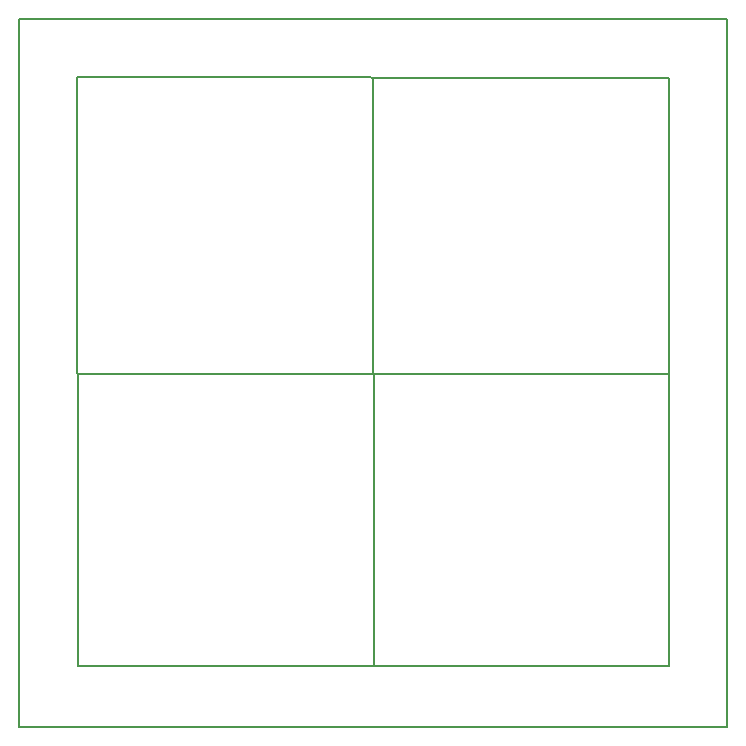
<source format=gbr>
%TF.GenerationSoftware,KiCad,Pcbnew,(6.0.8)*%
%TF.CreationDate,2022-10-17T23:02:59+03:00*%
%TF.ProjectId,KiCAD,4b694341-442e-46b6-9963-61645f706362,rev?*%
%TF.SameCoordinates,Original*%
%TF.FileFunction,OtherDrawing,Comment*%
%FSLAX45Y45*%
G04 Gerber Fmt 4.5, Leading zero omitted, Abs format (unit mm)*
G04 Created by KiCad (PCBNEW (6.0.8)) date 2022-10-17 23:02:59*
%MOMM*%
%LPD*%
G01*
G04 APERTURE LIST*
%ADD10C,0.150000*%
G04 APERTURE END LIST*
D10*
X10500000Y-1990000D02*
X4500000Y-1990000D01*
X10500000Y-7990000D02*
X10500000Y-1990000D01*
X4500000Y-7990000D02*
X10500000Y-7990000D01*
X4500000Y-1990000D02*
X4500000Y-7990000D01*
X5000000Y-5000000D02*
X10005000Y-5000000D01*
X7501224Y-2487867D02*
X7505836Y-7472535D01*
X5001723Y-7472535D02*
X4992500Y-2487500D01*
X10009949Y-7472535D02*
X5001723Y-7472535D01*
X10009949Y-2488234D02*
X10009949Y-7472535D01*
X4992500Y-2487500D02*
X10009949Y-2488234D01*
M02*

</source>
